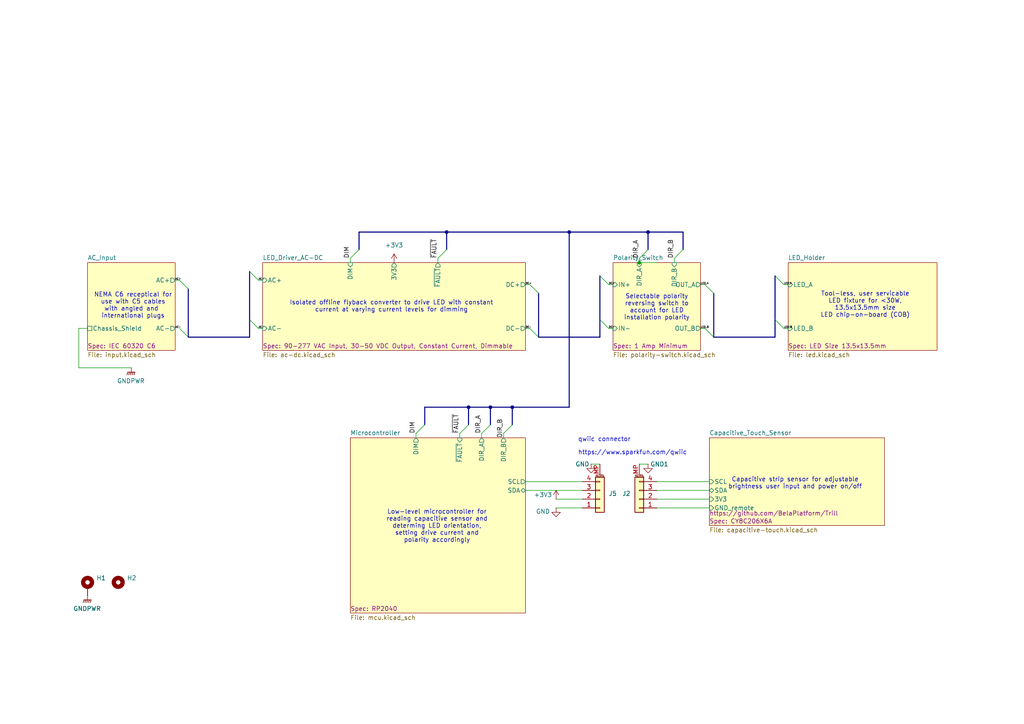
<source format=kicad_sch>
(kicad_sch (version 20250114) (generator "eeschema") (generator_version "9.0")
  (paper "A4")
  (title_block (title "Replacable LED COB Lamp") (date "2025-04-08") (rev "0") (company "WPI ECE2799 D25") (comment 1 "Raymond, Daniel") (comment 2 "Hogan, Rye") (comment 3 "Bryan, Tahje"))
  (lib_symbols
    (symbol "Connector_Generic_MountingPin:Conn_01x04_MountingPin" (pin_names (offset 1.016) (hide yes))
      (property "Reference" "J" (at 0 5.08 0))
      (property "Value" "Conn_01x04_MountingPin" (at 1.27 -7.62 0))
      (symbol "Conn_01x04_MountingPin_1_1"
        (rectangle (start -1.27 3.81) (end 1.27 -6.35) (stroke (width 0.254)) (fill (type background)))
        (rectangle (start -1.27 2.667) (end 0 2.413) (stroke (width 0.1524)))
        (rectangle (start -1.27 0.127) (end 0 -0.127) (stroke (width 0.1524)))
        (rectangle (start -1.27 -2.413) (end 0 -2.667) (stroke (width 0.1524)))
        (rectangle (start -1.27 -4.953) (end 0 -5.207) (stroke (width 0.1524)))
        (polyline (pts (xy -1.016 -7.112) (xy 1.016 -7.112)) (stroke (width 0.1524)))
        (text "Mounting" (at 0 -6.731 0) (effects (font (size 0.381 0.381))))
        (pin passive line (at -5.08 2.54 0) (length 3.81) (name "Pin_1") (number "1"))
        (pin passive line (at -5.08 0 0) (length 3.81) (name "Pin_2") (number "2"))
        (pin passive line (at -5.08 -2.54 0) (length 3.81) (name "Pin_3") (number "3"))
        (pin passive line (at -5.08 -5.08 0) (length 3.81) (name "Pin_4") (number "4"))
        (pin passive line (at 0 -10.16 90) (length 3.048) (name "MountPin") (number "MP"))
      )
    )
    (symbol "GND_1" (power) (pin_numbers (hide yes)) (pin_names (offset 0) (hide yes))
      (property "Value" "GND" (at 0 -3.81 0))
      (symbol "GND_1_0_1"
        (polyline (pts (xy 0 0) (xy 0 -1.27) (xy 1.27 -1.27) (xy 0 -2.54) (xy -1.27 -1.27) (xy 0 -1.27)))
      )
      (symbol "GND_1_1_1"
        (pin power_in line (at 0 0 270) (length 0) (name "~") (number "1"))
      )
    )
    (symbol "GND_2" (power) (pin_numbers (hide yes)) (pin_names (offset 0) (hide yes))
      (property "Value" "GND" (at 0 -3.81 0))
      (symbol "GND_2_0_1"
        (polyline (pts (xy 0 0) (xy 0 -1.27) (xy 1.27 -1.27) (xy 0 -2.54) (xy -1.27 -1.27) (xy 0 -1.27)))
      )
      (symbol "GND_2_1_1"
        (pin power_in line (at 0 0 270) (length 0) (name "~") (number "1"))
      )
    )
    (symbol "Mechanical:MountingHole" (pin_names (offset 1.016)) (exclude_from_sim yes) (in_bom no)
      (property "Reference" "H" (at 0 5.08 0))
      (property "Value" "MountingHole" (at 0 3.175 0))
      (symbol "MountingHole_0_1"
        (circle (center 0 0) (radius 1.27) (stroke (width 1.27)))
      )
    )
    (symbol "Mechanical:MountingHole_Pad" (pin_numbers (hide yes)) (pin_names (offset 1.016) (hide yes)) (exclude_from_sim yes) (in_bom no)
      (property "Reference" "H" (at 0 6.35 0))
      (property "Value" "MountingHole_Pad" (at 0 4.445 0))
      (symbol "MountingHole_Pad_0_1"
        (circle (center 0 1.27) (radius 1.27) (stroke (width 1.27)))
      )
      (symbol "MountingHole_Pad_1_1"
        (pin input line (at 0 -2.54 90) (length 2.54) (name "1") (number "1"))
      )
    )
    (symbol "power:+3V3" (power) (pin_numbers (hide yes)) (pin_names (offset 0) (hide yes))
      (property "Value" "+3V3" (at 0 3.556 0))
      (symbol "+3V3_0_1"
        (polyline (pts (xy -0.762 1.27) (xy 0 2.54)))
        (polyline (pts (xy 0 2.54) (xy 0.762 1.27)))
        (polyline (pts (xy 0 0) (xy 0 2.54)))
      )
      (symbol "+3V3_1_1"
        (pin power_in line (at 0 0 90) (length 0) (name "~") (number "1"))
      )
    )
    (symbol "power:GND1" (power) (pin_numbers (hide yes)) (pin_names (offset 0) (hide yes))
      (property "Value" "GND1" (at 0 -3.81 0))
      (symbol "GND1_0_1"
        (polyline (pts (xy 0 0) (xy 0 -1.27) (xy 1.27 -1.27) (xy 0 -2.54) (xy -1.27 -1.27) (xy 0 -1.27)))
      )
      (symbol "GND1_1_1"
        (pin power_in line (at 0 0 270) (length 0) (name "~") (number "1"))
      )
    )
    (symbol "power:GNDPWR" (power) (pin_numbers (hide yes)) (pin_names (offset 0) (hide yes))
      (property "Value" "GNDPWR" (at 0 -3.302 0))
      (symbol "GNDPWR_0_1"
        (polyline (pts (xy -1.016 -1.27) (xy -1.27 -2.032) (xy -1.27 -2.032)) (stroke (width 0.2032)))
        (polyline (pts (xy -0.508 -1.27) (xy -0.762 -2.032) (xy -0.762 -2.032)) (stroke (width 0.2032)))
        (polyline (pts (xy 0 -1.27) (xy 0 0)))
        (polyline (pts (xy 0 -1.27) (xy -0.254 -2.032) (xy -0.254 -2.032)) (stroke (width 0.2032)))
        (polyline (pts (xy 0.508 -1.27) (xy 0.254 -2.032) (xy 0.254 -2.032)) (stroke (width 0.2032)))
        (polyline (pts (xy 1.016 -1.27) (xy -1.016 -1.27) (xy -1.016 -1.27)) (stroke (width 0.2032)))
        (polyline (pts (xy 1.016 -1.27) (xy 0.762 -2.032) (xy 0.762 -2.032) (xy 0.762 -2.032)) (stroke (width 0.2032)))
      )
      (symbol "GNDPWR_1_1"
        (pin power_in line (at 0 0 270) (length 0) (name "~") (number "1"))
      )
    )
  )
  (text "https://www.sparkfun.com/qwiic" (at 167.64 132.08 0) (effects (font (size 1.27 1.27)) (justify left bottom)))
  (text "NEMA C6 receptical for\nuse with C5 cables\nwith angled and \ninternational plugs" (at 38.608 88.646 0) (effects (font (size 1.27 1.27))))
  (text "Isolated offline flyback converter to drive LED with constant\ncurrent at varying current levels for dimming" (at 113.538 88.9 0) (effects (font (size 1.27 1.27))))
  (text "Selectable polarity\nreversing switch to\naccount for LED\ninstallation polarity" (at 190.5 89.154 0) (effects (font (size 1.27 1.27))))
  (text "Tool-less, user servicable\nLED fixture for <30W,\n13.5x13.5mm size\nLED chip-on-board (COB)" (at 250.952 88.392 0) (effects (font (size 1.27 1.27))))
  (text "Low-level microcontroller for\nreading capacitive sensor and\ndeterming LED orientation,\nsetting drive current and\npolarity accordingly" (at 126.746 152.654 0) (effects (font (size 1.27 1.27))))
  (text "Capacitive strip sensor for adjustable\nbrightness user input and power on/off" (at 230.632 140.208 0) (effects (font (size 1.27 1.27))))
  (text "qwiic connector" (at 167.64 128.27 0) (effects (font (size 1.27 1.27)) (justify left bottom)))
  (junction (at 142.24 118.11))
  (junction (at 185.42 76.2))
  (junction (at 165.1 67.31))
  (junction (at 135.89 118.11))
  (junction (at 187.96 67.31))
  (junction (at 129.54 67.31))
  (junction (at 148.59 118.11))
  (bus_entry (at 101.6 74.93) (size 2.54 -2.54))
  (bus_entry (at 74.93 81.28) (size -2.54 -2.54))
  (bus_entry (at 52.07 81.28) (size 2.54 2.54))
  (bus_entry (at 153.67 95.25) (size 2.54 2.54))
  (bus_entry (at 127 74.93) (size 2.54 -2.54))
  (bus_entry (at 204.47 95.25) (size 2.54 2.54))
  (bus_entry (at 176.53 95.25) (size -2.54 -2.54))
  (bus_entry (at 139.7 125.73) (size 2.54 -2.54))
  (bus_entry (at 227.33 82.55) (size -2.54 -2.54))
  (bus_entry (at 146.05 125.73) (size 2.54 -2.54))
  (bus_entry (at 52.07 95.25) (size 2.54 2.54))
  (bus_entry (at 176.53 82.55) (size -2.54 -2.54))
  (bus_entry (at 195.58 74.93) (size 2.54 -2.54))
  (bus_entry (at 120.65 125.73) (size 2.54 -2.54))
  (bus_entry (at 185.42 74.93) (size 2.54 -2.54))
  (bus_entry (at 204.47 82.55) (size 2.54 2.54))
  (bus_entry (at 227.33 95.25) (size -2.54 -2.54))
  (bus_entry (at 153.67 82.55) (size 2.54 2.54))
  (bus_entry (at 74.93 95.25) (size -2.54 -2.54))
  (bus_entry (at 133.35 125.73) (size 2.54 -2.54))
  (bus (pts (xy 135.89 118.11) (xy 142.24 118.11)))
  (wire (pts (xy 38.1 106.68) (xy 22.86 106.68)))
  (wire (pts (xy 74.93 95.25) (xy 76.2 95.25)))
  (wire (pts (xy 176.53 95.25) (xy 177.8 95.25)))
  (bus (pts (xy 72.39 97.79) (xy 54.61 97.79)))
  (bus (pts (xy 156.21 97.79) (xy 173.99 97.79)))
  (wire (pts (xy 190.5 139.7) (xy 205.74 139.7)))
  (bus (pts (xy 54.61 83.82) (xy 54.61 97.79)))
  (bus (pts (xy 198.12 72.39) (xy 198.12 67.31)))
  (bus (pts (xy 72.39 92.71) (xy 72.39 97.79)))
  (wire (pts (xy 153.67 82.55) (xy 152.4 82.55)))
  (wire (pts (xy 52.07 81.28) (xy 50.8 81.28)))
  (wire (pts (xy 190.5 147.32) (xy 205.74 147.32)))
  (bus (pts (xy 207.01 97.79) (xy 224.79 97.79)))
  (wire (pts (xy 139.7 125.73) (xy 139.7 127)))
  (wire (pts (xy 204.47 95.25) (xy 203.2 95.25)))
  (bus (pts (xy 198.12 67.31) (xy 187.96 67.31)))
  (wire (pts (xy 185.42 134.62) (xy 187.96 134.62)))
  (wire (pts (xy 190.5 142.24) (xy 205.74 142.24)))
  (bus (pts (xy 104.14 72.39) (xy 104.14 67.31)))
  (wire (pts (xy 152.4 142.24) (xy 168.91 142.24)))
  (bus (pts (xy 104.14 67.31) (xy 129.54 67.31)))
  (wire (pts (xy 195.58 74.93) (xy 195.58 76.2)))
  (bus (pts (xy 224.79 92.71) (xy 224.79 97.79)))
  (wire (pts (xy 168.91 147.32) (xy 161.29 147.32)))
  (wire (pts (xy 74.93 81.28) (xy 76.2 81.28)))
  (bus (pts (xy 156.21 85.09) (xy 156.21 97.79)))
  (bus (pts (xy 142.24 118.11) (xy 142.24 123.19)))
  (wire (pts (xy 146.05 125.73) (xy 146.05 127)))
  (wire (pts (xy 120.65 125.73) (xy 120.65 127)))
  (bus (pts (xy 207.01 85.09) (xy 207.01 97.79)))
  (wire (pts (xy 185.42 76.2) (xy 190.5 76.2)))
  (bus (pts (xy 123.19 118.11) (xy 123.19 123.19)))
  (bus (pts (xy 187.96 67.31) (xy 187.96 72.39)))
  (wire (pts (xy 101.6 74.93) (xy 101.6 76.2)))
  (bus (pts (xy 129.54 67.31) (xy 165.1 67.31)))
  (bus (pts (xy 224.79 80.01) (xy 224.79 92.71)))
  (wire (pts (xy 204.47 82.55) (xy 203.2 82.55)))
  (wire (pts (xy 227.33 82.55) (xy 228.6 82.55)))
  (bus (pts (xy 142.24 118.11) (xy 148.59 118.11)))
  (wire (pts (xy 133.35 125.73) (xy 133.35 127)))
  (bus (pts (xy 148.59 118.11) (xy 148.59 123.19)))
  (wire (pts (xy 190.5 144.78) (xy 205.74 144.78)))
  (wire (pts (xy 152.4 139.7) (xy 168.91 139.7)))
  (wire (pts (xy 227.33 95.25) (xy 228.6 95.25)))
  (bus (pts (xy 129.54 67.31) (xy 129.54 72.39)))
  (wire (pts (xy 127 74.93) (xy 127 76.2)))
  (wire (pts (xy 22.86 106.68) (xy 22.86 95.25)))
  (wire (pts (xy 173.99 134.62) (xy 171.45 134.62)))
  (bus (pts (xy 72.39 78.74) (xy 72.39 92.71)))
  (wire (pts (xy 22.86 95.25) (xy 25.4 95.25)))
  (wire (pts (xy 168.91 144.78) (xy 161.29 144.78)))
  (bus (pts (xy 165.1 67.31) (xy 165.1 118.11)))
  (wire (pts (xy 185.42 74.93) (xy 185.42 76.2)))
  (wire (pts (xy 153.67 95.25) (xy 152.4 95.25)))
  (bus (pts (xy 165.1 67.31) (xy 187.96 67.31)))
  (bus (pts (xy 123.19 118.11) (xy 135.89 118.11)))
  (bus (pts (xy 148.59 118.11) (xy 165.1 118.11)))
  (wire (pts (xy 176.53 82.55) (xy 177.8 82.55)))
  (bus (pts (xy 173.99 80.01) (xy 173.99 92.71)))
  (bus (pts (xy 135.89 118.11) (xy 135.89 123.19)))
  (bus (pts (xy 173.99 92.71) (xy 173.99 97.79)))
  (label "AC-" (at 50.8 95.25 0) (effects (font (size 0.508 0.508))))
  (label "LED_A" (at 203.2 82.55 0) (effects (font (size 0.508 0.508))))
  (label "AC-" (at 74.93 95.25 0) (effects (font (size 0.508 0.508))))
  (label "DC-" (at 176.53 95.25 0) (effects (font (size 0.508 0.508))))
  (label "LED_B" (at 227.33 95.25 0) (effects (font (size 0.508 0.508))))
  (label "DIR_B" (at 195.58 74.93 90))
  (label "DIR_A" (at 139.7 125.73 90))
  (label "LED_A" (at 227.33 82.55 0) (effects (font (size 0.508 0.508))))
  (label "DIM" (at 101.6 74.93 90))
  (label "DIM" (at 120.65 125.73 90))
  (label "DC+" (at 152.4 82.55 0) (effects (font (size 0.508 0.508))))
  (label "LED_B" (at 203.2 95.25 0) (effects (font (size 0.508 0.508))))
  (label "AC+" (at 50.8 81.28 0) (effects (font (size 0.508 0.508))))
  (label "DC-" (at 152.4 95.25 0) (effects (font (size 0.508 0.508))))
  (label "~{FAULT}" (at 133.35 125.73 90))
  (label "DIR_B" (at 146.05 127 90))
  (label "AC+" (at 74.93 81.28 0) (effects (font (size 0.508 0.508))))
  (label "~{FAULT}" (at 127 74.93 90))
  (label "DIR_A" (at 185.42 74.93 90))
  (label "DC+" (at 176.53 82.55 0) (effects (font (size 0.508 0.508))))
  (symbol (lib_id "power:+3V3") (at 114.3 76.2 0) (unit 1)
    (property "Reference" "#PWR01" (effects (hide yes)))
    (property "Value" "+3V3" (at 114.3 71.12 0))
    (property "Description" "Power symbol creates a global label with name \"+3V3\"" (effects (hide yes)))
  )
  (symbol (lib_id "Mechanical:MountingHole_Pad") (at 25.4 170.18 0) (unit 1) (exclude_from_sim yes) (in_bom no)
    (property "Reference" "H1" (at 27.94 167.6399 0) (effects (justify left)))
    (property "Value" "MountingHole_Pad" (effects (hide yes)))
    (property "Footprint" "MountingHole:MountingHole_3.2mm_M3_Pad" (effects (hide yes)))
    (property "Description" "Mounting Hole with connection" (effects (hide yes)))
  )
  (symbol (lib_id "power:GNDPWR") (at 38.1 106.68 0) (unit 1)
    (property "Reference" "#PWR04" (effects (hide yes)))
    (property "Value" "GNDPWR" (at 37.973 110.49 0))
    (property "Description" "Power symbol creates a global label with name \"GNDPWR\" , global ground" (effects (hide yes)))
  )
  (symbol (lib_id "Mechanical:MountingHole") (at 34.29 168.91 0) (unit 1) (exclude_from_sim yes) (in_bom no)
    (property "Reference" "H2" (at 36.83 167.6399 0) (effects (justify left)))
    (property "Value" "MountingHole" (effects (hide yes)))
    (property "Footprint" "MountingHole:MountingHole_3.2mm_M3" (effects (hide yes)))
    (property "Description" "Mounting Hole without connection" (effects (hide yes)))
  )
  (symbol (lib_id "power:+3V3") (at 161.29 144.78 0) (mirror y) (unit 1)
    (property "Reference" "#PWR027" (effects (hide yes)))
    (property "Value" "+3V3" (at 157.48 143.51 0))
    (property "Description" "Power symbol creates a global label with name \"+3V3\"" (effects (hide yes)))
  )
  (symbol (lib_id "Connector_Generic_MountingPin:Conn_01x04_MountingPin") (at 173.99 144.78 0) (mirror x) (unit 1)
    (property "Reference" "J5" (at 176.53 143.1543 0) (effects (justify left)))
    (property "Value" "Conn_01x04_MountingPin" (effects (hide yes)))
    (property "Footprint" "TRILL:qwiic_horizontal_SMD" (effects (hide yes)))
    (property "Datasheet" "https://www.sparkfun.com/qwiic" (effects (hide yes)))
    (property "Part Number" "PRT-14417-ND" (effects (hide yes)))
  )
  (symbol (lib_id "Connector_Generic_MountingPin:Conn_01x04_MountingPin") (at 185.42 144.78 180) (unit 1)
    (property "Reference" "J2" (at 182.88 143.1543 0) (effects (justify left)))
    (property "Value" "Conn_01x04_MountingPin" (effects (hide yes)))
    (property "Footprint" "TRILL:qwiic_horizontal_SMD" (effects (hide yes)))
    (property "Datasheet" "https://www.sparkfun.com/qwiic" (effects (hide yes)))
    (property "Part Number" "PRT-14417-ND" (effects (hide yes)))
  )
  (symbol (lib_id "power:GNDPWR") (at 25.4 172.72 0) (unit 1)
    (property "Reference" "#PWR015" (effects (hide yes)))
    (property "Value" "GNDPWR" (at 25.273 176.53 0))
    (property "Description" "Power symbol creates a global label with name \"GNDPWR\" , global ground" (effects (hide yes)))
  )
  (symbol (lib_id "power:GND1") (at 187.96 134.62 0) (unit 1)
    (property "Reference" "#PWR03" (effects (hide yes)))
    (property "Value" "GND1" (at 191.262 134.62 0))
    (property "Description" "Power symbol creates a global label with name \"GND1\" , ground" (effects (hide yes)))
  )
  (symbol (lib_name "GND_2") (lib_id "power:GND") (at 171.45 134.62 0) (mirror y) (unit 1)
    (property "Reference" "#PWR024" (effects (hide yes)))
    (property "Value" "GND" (at 168.91 134.62 0))
    (property "Description" "Power symbol creates a global label with name \"GND\" , ground" (effects (hide yes)))
  )
  (symbol (lib_name "GND_1") (lib_id "power:GND") (at 161.29 147.32 0) (mirror y) (unit 1)
    (property "Reference" "#PWR056" (effects (hide yes)))
    (property "Value" "GND" (at 157.48 148.336 0))
    (property "Description" "Power symbol creates a global label with name \"GND\" , ground" (effects (hide yes)))
  )
  (sheet (at 177.8 76.2) (size 25.4 25.4) (stroke (width 0.1524)) (fill (color 255 255 194 1.0000))
    (property "Sheetname" "Polarity_Switch" (at 177.8 75.4884 0) (effects (justify left bottom)))
    (property "Sheetfile" "polarity-switch.kicad_sch" (at 177.8 102.1846 0) (effects (justify left top)))
    (property "Spec" "1 Amp Minimum" (at 177.8 101.092 0) (show_name yes) (effects (justify left bottom)))
    (pin "IN+" input (at 177.8 82.55 180))
    (pin "IN-" input (at 177.8 95.25 180))
    (pin "OUT_A" output (at 203.2 82.55 0))
    (pin "OUT_B" output (at 203.2 95.25 0))
    (pin "DIR_A" input (at 185.42 76.2 90))
    (pin "DIR_B" input (at 195.58 76.2 90))
  )
  (sheet (at 228.6 76.2) (size 43.18 25.4) (stroke (width 0.1524)) (fill (color 255 255 194 1.0000))
    (property "Sheetname" "LED_Holder" (at 228.6 75.4884 0) (effects (justify left bottom)))
    (property "Sheetfile" "led.kicad_sch" (at 228.6 102.1846 0) (effects (justify left top)))
    (property "Spec" "LED Size 13.5x13.5mm" (at 228.6 101.092 0) (show_name yes) (effects (justify left bottom)))
    (pin "LED_A" input (at 228.6 82.55 180))
    (pin "LED_B" input (at 228.6 95.25 180))
  )
  (sheet (at 76.2 76.2) (size 76.2 25.4) (stroke (width 0.1524)) (fill (color 255 255 194 1.0000))
    (property "Sheetname" "LED_Driver_AC-DC" (at 76.2 75.4884 0) (effects (justify left bottom)))
    (property "Sheetfile" "ac-dc.kicad_sch" (at 76.2 102.1846 0) (effects (justify left top)))
    (property "Spec" "90-277 VAC Input, 30-50 VDC Output, Constant Current, Dimmable" (at 76.2 101.092 0) (show_name yes) (effects (justify left bottom)))
    (pin "DC+" output (at 152.4 82.55 0))
    (pin "DC-" output (at 152.4 95.25 0))
    (pin "DIM" input (at 101.6 76.2 90))
    (pin "~{FAULT}" output (at 127 76.2 90))
    (pin "3V3" output (at 114.3 76.2 90))
    (pin "AC+" input (at 76.2 81.28 180))
    (pin "AC-" input (at 76.2 95.25 180))
  )
  (sheet (at 101.6 127) (size 50.8 50.8) (stroke (width 0.1524)) (fill (color 255 255 194 1.0000))
    (property "Sheetname" "Microcontroller" (at 101.6 126.2884 0) (effects (justify left bottom)))
    (property "Sheetfile" "mcu.kicad_sch" (at 101.6 178.3846 0) (effects (justify left top)))
    (property "Spec" "RP2040" (at 101.6 177.292 0) (show_name yes) (effects (justify left bottom)))
    (pin "DIM" output (at 120.65 127 90))
    (pin "~{FAULT}" input (at 133.35 127 90))
    (pin "DIR_A" output (at 139.7 127 90))
    (pin "DIR_B" output (at 146.05 127 90))
    (pin "SCL" output (at 152.4 139.7 0))
    (pin "SDA" bidirectional (at 152.4 142.24 0))
  )
  (sheet (at 25.4 76.2) (size 25.4 25.4) (stroke (width 0.1524)) (fill (color 255 255 194 1.0000))
    (property "Sheetname" "AC_Input" (at 25.4 75.4884 0) (effects (justify left bottom)))
    (property "Sheetfile" "input.kicad_sch" (at 25.4 102.1846 0) (effects (justify left top)))
    (property "Spec" "IEC 60320 C6" (at 25.4 101.092 0) (show_name yes) (effects (justify left bottom)))
    (pin "Chassis_Shield" passive (at 25.4 95.25 180))
    (pin "AC+" output (at 50.8 81.28 0))
    (pin "AC-" output (at 50.8 95.25 0))
  )
  (sheet (at 205.74 127) (size 50.8 25.4) (stroke (width 0.1524)) (fill (color 255 255 194 1.0000))
    (property "Sheetname" "Capacitive_Touch_Sensor" (at 205.74 126.2884 0) (effects (justify left bottom)))
    (property "Sheetfile" "capacitive-touch.kicad_sch" (at 205.74 152.9846 0) (effects (justify left top)))
    (property "Spec" "CY8C206X6A" (at 205.74 151.892 0) (show_name yes) (effects (justify left bottom)))
    (property "Source" "https://github.com/BelaPlatform/Trill" (at 205.74 149.606 0) (effects (justify left bottom)))
    (pin "3V3" input (at 205.74 144.78 180))
    (pin "GND_remote" input (at 205.74 147.32 180))
    (pin "SCL" input (at 205.74 139.7 180))
    (pin "SDA" bidirectional (at 205.74 142.24 180))
  )
)
</source>
